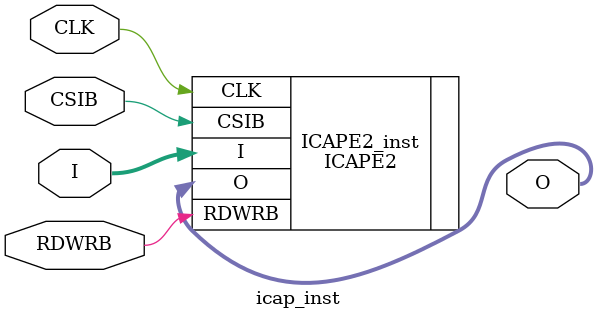
<source format=v>

module icap_inst(
  input wire CLK,
  input wire CSIB,
  input wire [31:0] I,
  input wire RDWRB,
  output wire [31 : 0] O
    );

   ICAPE2 #(
      .DEVICE_ID(32'h3651093),     // Specifies the pre-programmed Device ID value to be used for simulation
                                  // purposes.
      .ICAP_WIDTH("X32"),         // Specifies the input and output data width.
      .SIM_CFG_FILE_NAME("NONE")  // Specifies the Raw Bitstream (RBT) file to be parsed by the simulation
                                  // model.
   )
   ICAPE2_inst (
      .O(O),         // 32-bit output: Configuration data output bus
      .CLK(CLK),     // 1-bit input: Clock Input
      .CSIB(CSIB),   // 1-bit input: Active-Low ICAP Enable
      .I(I),         // 32-bit input: Configuration data input bus
      .RDWRB(RDWRB)  // 1-bit input: Read/Write Select input
   );

endmodule


</source>
